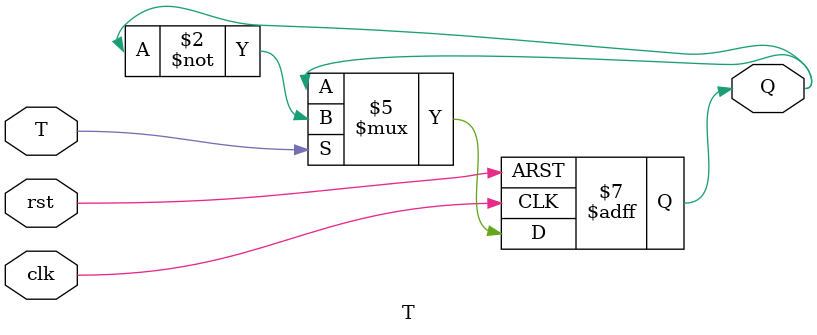
<source format=v>
module T (
    input  wire clk, rst, T,
    output reg Q 	  
);

  initial begin
     Q<=1'b0;
	 end
  
  
	 always @(posedge clk or posedge rst) begin
	
        if (rst)
            Q <= 1'b0;       // Reset
        else if (T)
            Q <= ~Q;         // Toggle if T=1
        else
            Q <= Q;          // Hold if T=0
    end
endmodule
 
</source>
